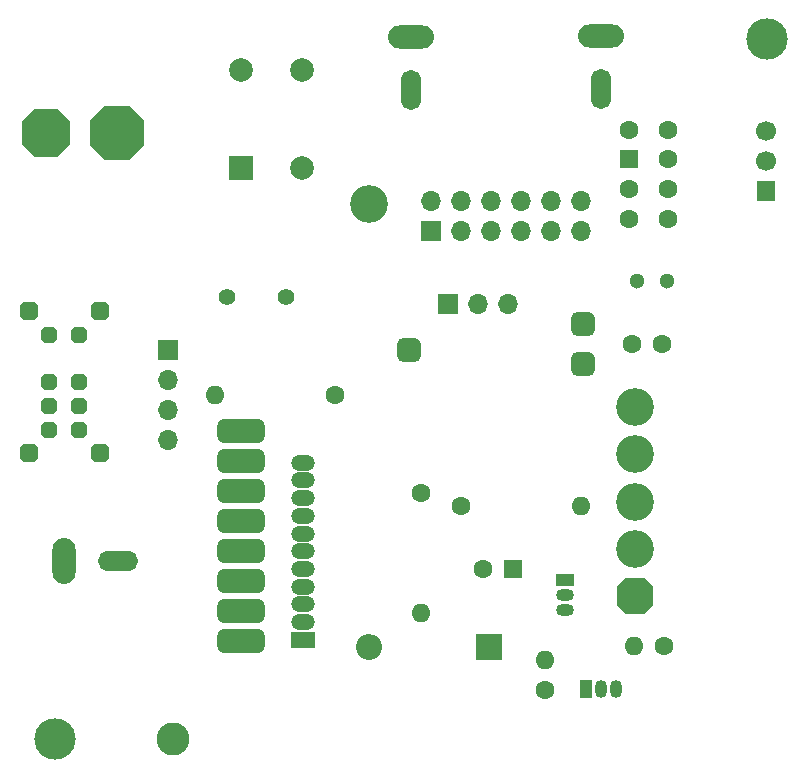
<source format=gbs>
%TF.GenerationSoftware,KiCad,Pcbnew,(6.0.1)*%
%TF.CreationDate,2022-02-25T18:27:20-07:00*%
%TF.ProjectId,Power PCB Ver C -  TH - RF is Video Only,506f7765-7220-4504-9342-205665722043,rev?*%
%TF.SameCoordinates,Original*%
%TF.FileFunction,Soldermask,Bot*%
%TF.FilePolarity,Negative*%
%FSLAX46Y46*%
G04 Gerber Fmt 4.6, Leading zero omitted, Abs format (unit mm)*
G04 Created by KiCad (PCBNEW (6.0.1)) date 2022-02-25 18:27:20*
%MOMM*%
%LPD*%
G01*
G04 APERTURE LIST*
G04 Aperture macros list*
%AMRoundRect*
0 Rectangle with rounded corners*
0 $1 Rounding radius*
0 $2 $3 $4 $5 $6 $7 $8 $9 X,Y pos of 4 corners*
0 Add a 4 corners polygon primitive as box body*
4,1,4,$2,$3,$4,$5,$6,$7,$8,$9,$2,$3,0*
0 Add four circle primitives for the rounded corners*
1,1,$1+$1,$2,$3*
1,1,$1+$1,$4,$5*
1,1,$1+$1,$6,$7*
1,1,$1+$1,$8,$9*
0 Add four rect primitives between the rounded corners*
20,1,$1+$1,$2,$3,$4,$5,0*
20,1,$1+$1,$4,$5,$6,$7,0*
20,1,$1+$1,$6,$7,$8,$9,0*
20,1,$1+$1,$8,$9,$2,$3,0*%
%AMOutline5P*
0 Free polygon, 5 corners , with rotation*
0 The origin of the aperture is its center*
0 number of corners: always 5*
0 $1 to $10 corner X, Y*
0 $11 Rotation angle, in degrees counterclockwise*
0 create outline with 5 corners*
4,1,5,$1,$2,$3,$4,$5,$6,$7,$8,$9,$10,$1,$2,$11*%
%AMOutline6P*
0 Free polygon, 6 corners , with rotation*
0 The origin of the aperture is its center*
0 number of corners: always 6*
0 $1 to $12 corner X, Y*
0 $13 Rotation angle, in degrees counterclockwise*
0 create outline with 6 corners*
4,1,6,$1,$2,$3,$4,$5,$6,$7,$8,$9,$10,$11,$12,$1,$2,$13*%
%AMOutline7P*
0 Free polygon, 7 corners , with rotation*
0 The origin of the aperture is its center*
0 number of corners: always 7*
0 $1 to $14 corner X, Y*
0 $15 Rotation angle, in degrees counterclockwise*
0 create outline with 7 corners*
4,1,7,$1,$2,$3,$4,$5,$6,$7,$8,$9,$10,$11,$12,$13,$14,$1,$2,$15*%
%AMOutline8P*
0 Free polygon, 8 corners , with rotation*
0 The origin of the aperture is its center*
0 number of corners: always 8*
0 $1 to $16 corner X, Y*
0 $17 Rotation angle, in degrees counterclockwise*
0 create outline with 8 corners*
4,1,8,$1,$2,$3,$4,$5,$6,$7,$8,$9,$10,$11,$12,$13,$14,$15,$16,$1,$2,$17*%
G04 Aperture macros list end*
%ADD10RoundRect,0.500000X-0.500000X-0.500000X0.500000X-0.500000X0.500000X0.500000X-0.500000X0.500000X0*%
%ADD11O,1.950000X3.900000*%
%ADD12O,3.400000X1.700000*%
%ADD13C,1.600000*%
%ADD14O,1.600000X1.600000*%
%ADD15R,1.599997X1.700000*%
%ADD16C,1.700000*%
%ADD17R,1.700000X1.700000*%
%ADD18O,1.700000X1.700000*%
%ADD19Outline8P,-2.250000X1.125000X-1.125000X2.250000X1.125000X2.250000X2.250000X1.125000X2.250000X-1.125000X1.125000X-2.250000X-1.125000X-2.250000X-2.250000X-1.125000X0.000000*%
%ADD20Outline8P,-2.000000X1.000000X-1.000000X2.000000X1.000000X2.000000X2.000000X1.000000X2.000000X-1.000000X1.000000X-2.000000X-1.000000X-2.000000X-2.000000X-1.000000X0.000000*%
%ADD21R,2.000000X1.350000*%
%ADD22O,2.000000X1.350000*%
%ADD23R,1.050000X1.500000*%
%ADD24O,1.050000X1.500000*%
%ADD25R,1.600000X1.600000*%
%ADD26R,2.200000X2.200000*%
%ADD27O,2.200000X2.200000*%
%ADD28R,2.000000X2.000000*%
%ADD29C,2.000000*%
%ADD30O,3.900000X1.950000*%
%ADD31O,1.700000X3.400000*%
%ADD32C,3.500000*%
%ADD33R,1.500000X1.050000*%
%ADD34O,1.500000X1.050000*%
%ADD35C,3.200000*%
%ADD36Outline8P,-1.550000X0.775000X-0.775000X1.550000X0.775000X1.550000X1.550000X0.775000X1.550000X-0.775000X0.775000X-1.550000X-0.775000X-1.550000X-1.550000X-0.775000X90.000000*%
%ADD37C,1.400000*%
%ADD38C,2.800000*%
%ADD39C,1.300000*%
%ADD40Outline8P,-0.700000X0.350000X-0.350000X0.700000X0.350000X0.700000X0.700000X0.350000X0.700000X-0.350000X0.350000X-0.700000X-0.350000X-0.700000X-0.700000X-0.350000X270.000000*%
%ADD41Outline8P,-0.800000X0.400000X-0.400000X0.800000X0.400000X0.800000X0.800000X0.400000X0.800000X-0.400000X0.400000X-0.800000X-0.400000X-0.800000X-0.800000X-0.400000X270.000000*%
%ADD42Outline8P,-0.800000X0.400000X-0.400000X0.800000X0.400000X0.800000X0.800000X0.400000X0.800000X-0.400000X0.400000X-0.800000X-0.400000X-0.800000X-0.800000X-0.400000X90.000000*%
%ADD43RoundRect,0.500000X-1.500000X-0.500000X1.500000X-0.500000X1.500000X0.500000X-1.500000X0.500000X0*%
G04 APERTURE END LIST*
D10*
%TO.C,J12*%
X150096100Y-103483600D03*
%TD*%
D11*
%TO.C,J19*%
X120952100Y-121327600D03*
D12*
X125452100Y-121327600D03*
%TD*%
D10*
%TO.C,J10*%
X164826100Y-104693600D03*
%TD*%
%TO.C,J11*%
X164826100Y-101293600D03*
%TD*%
D13*
%TO.C,R1*%
X171716100Y-128573600D03*
D14*
X169176100Y-128573600D03*
%TD*%
D15*
%TO.C,U1*%
X180388100Y-90053600D03*
D16*
X180388100Y-87513600D03*
X180388100Y-84973600D03*
%TD*%
D17*
%TO.C,J6*%
X151976100Y-93418600D03*
D18*
X151976100Y-90878600D03*
X154516100Y-93418600D03*
X154516100Y-90878600D03*
X157056100Y-93418600D03*
X157056100Y-90878600D03*
X159596100Y-93418600D03*
X159596100Y-90878600D03*
X162136100Y-93418600D03*
X162136100Y-90878600D03*
X164676100Y-93418600D03*
X164676100Y-90878600D03*
%TD*%
D19*
%TO.C,J1*%
X125426102Y-85113598D03*
D20*
X119426100Y-85113598D03*
%TD*%
D17*
%TO.C,J4*%
X129716100Y-103443600D03*
D18*
X129716100Y-105983600D03*
X129716100Y-108523600D03*
X129716100Y-111063600D03*
%TD*%
D21*
%TO.C,J3*%
X141126100Y-128018600D03*
D22*
X141126100Y-126518600D03*
X141126100Y-125018600D03*
X141126100Y-123518600D03*
X141126100Y-122018600D03*
X141126100Y-120518600D03*
X141126100Y-119018600D03*
X141126100Y-117518600D03*
X141126100Y-116018600D03*
X141126100Y-114518600D03*
X141126100Y-113018600D03*
%TD*%
D17*
%TO.C,J16*%
X153436100Y-99586100D03*
D18*
X155976100Y-99586100D03*
X158516100Y-99586100D03*
%TD*%
D23*
%TO.C,Q1*%
X165126100Y-132143600D03*
D24*
X166396100Y-132143600D03*
X167666100Y-132143600D03*
%TD*%
D25*
%TO.C,C8*%
X158926100Y-122018600D03*
D13*
X156426100Y-122018600D03*
%TD*%
D26*
%TO.C,D2*%
X156926100Y-128593600D03*
D27*
X146766100Y-128593600D03*
%TD*%
D13*
%TO.C,R6*%
X143836100Y-107303600D03*
D14*
X133676100Y-107303600D03*
%TD*%
D28*
%TO.C,D1*%
X135926100Y-88036100D03*
D29*
X141026100Y-88036100D03*
X141026100Y-79786100D03*
X135926100Y-79786100D03*
%TD*%
D30*
%TO.C,J17*%
X166418100Y-76877600D03*
D31*
X166418100Y-81377600D03*
%TD*%
D13*
%TO.C,C5*%
X172096100Y-84843600D03*
X172096100Y-87343600D03*
%TD*%
D32*
%TO.C,*%
X180476100Y-77113600D03*
%TD*%
%TO.C,*%
X120126100Y-136393600D03*
%TD*%
D33*
%TO.C,Q2*%
X163376100Y-122968600D03*
D34*
X163376100Y-124238600D03*
X163376100Y-125508600D03*
%TD*%
D35*
%TO.C,J2*%
X169226100Y-116313600D03*
X169226100Y-108313600D03*
X169226100Y-120313600D03*
X169226100Y-112313597D03*
D36*
X169226100Y-124313600D03*
%TD*%
D25*
%TO.C,C7*%
X168716100Y-87338600D03*
D13*
X168716100Y-84838600D03*
%TD*%
D35*
%TO.C,GND*%
X146756100Y-91113600D03*
%TD*%
D37*
%TO.C,C1*%
X134708100Y-99013598D03*
X139708100Y-99013598D03*
%TD*%
D38*
%TO.C,*%
X130126100Y-136393600D03*
%TD*%
D39*
%TO.C,C3*%
X171935300Y-97640600D03*
X169435300Y-97640600D03*
%TD*%
D13*
%TO.C,R3*%
X154546100Y-116693600D03*
D14*
X164706100Y-116693600D03*
%TD*%
D13*
%TO.C,C2*%
X171548900Y-102988800D03*
X169048900Y-102988800D03*
%TD*%
D30*
%TO.C,J18*%
X150272100Y-76971600D03*
D31*
X150272100Y-81471600D03*
%TD*%
D13*
%TO.C,C6*%
X168746100Y-92363600D03*
X168746100Y-89863600D03*
%TD*%
%TO.C,C4*%
X172096100Y-92353600D03*
X172096100Y-89853600D03*
%TD*%
%TO.C,R2*%
X161676100Y-132233600D03*
D14*
X161676100Y-129693600D03*
%TD*%
D13*
%TO.C,R4*%
X151126100Y-115593600D03*
D14*
X151126100Y-125753600D03*
%TD*%
D40*
%TO.C,SW1*%
X122176100Y-102213600D03*
X119676100Y-106213600D03*
X119676100Y-108213600D03*
X119676100Y-110213600D03*
X122176100Y-106213600D03*
X122176100Y-108213600D03*
X122176100Y-110213600D03*
X119676100Y-102213600D03*
D41*
X117926100Y-100213600D03*
D42*
X117926100Y-112213600D03*
X123926100Y-112213600D03*
D41*
X123926100Y-100213600D03*
%TD*%
D43*
%TO.C,J5*%
X135876100Y-128093600D03*
X135876100Y-125553600D03*
X135876100Y-123013600D03*
X135876100Y-120473600D03*
X135876100Y-117933600D03*
X135876100Y-115393600D03*
X135876100Y-112853600D03*
X135876100Y-110313600D03*
%TD*%
M02*

</source>
